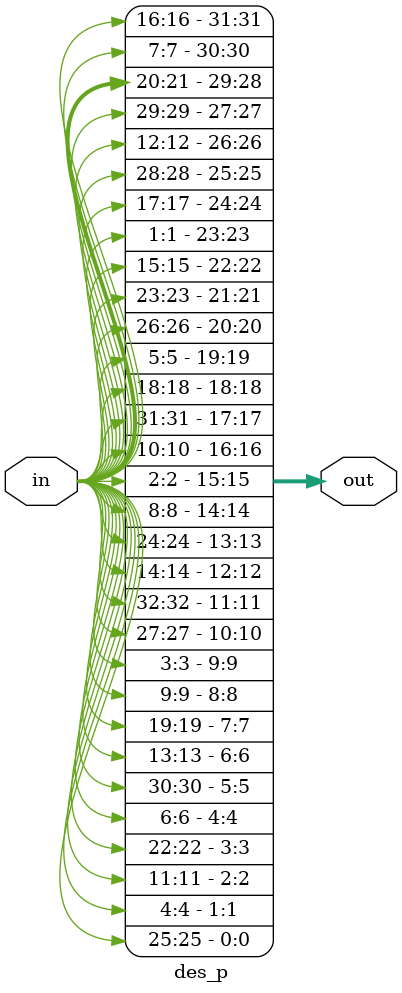
<source format=v>
module des_p(
    input wire [1:32] in,
    output wire [1:32] out
);
    assign out[1] = in[16];
    assign out[2] = in[7];
    assign out[3] = in[20];
    assign out[4] = in[21];
    assign out[5] = in[29];
    assign out[6] = in[12];
    assign out[7] = in[28];
    assign out[8] = in[17];
    assign out[9] = in[1];
    assign out[10] = in[15];
    assign out[11] = in[23];
    assign out[12] = in[26];
    assign out[13] = in[5];
    assign out[14] = in[18];
    assign out[15] = in[31];
    assign out[16] = in[10];
    assign out[17] = in[2];
    assign out[18] = in[8];
    assign out[19] = in[24];
    assign out[20] = in[14];
    assign out[21] = in[32];
    assign out[22] = in[27];
    assign out[23] = in[3];
    assign out[24] = in[9];
    assign out[25] = in[19];
    assign out[26] = in[13];
    assign out[27] = in[30];
    assign out[28] = in[6];
    assign out[29] = in[22];
    assign out[30] = in[11];
    assign out[31] = in[4];
    assign out[32] = in[25];
endmodule
</source>
